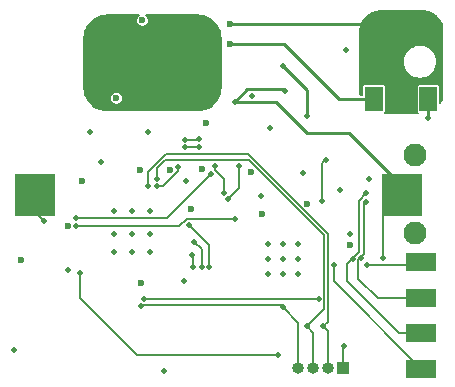
<source format=gbr>
%TF.GenerationSoftware,KiCad,Pcbnew,(6.0.0)*%
%TF.CreationDate,2022-03-24T17:20:39+00:00*%
%TF.ProjectId,Tracer,54726163-6572-42e6-9b69-6361645f7063,B*%
%TF.SameCoordinates,Original*%
%TF.FileFunction,Copper,L4,Bot*%
%TF.FilePolarity,Positive*%
%FSLAX46Y46*%
G04 Gerber Fmt 4.6, Leading zero omitted, Abs format (unit mm)*
G04 Created by KiCad (PCBNEW (6.0.0)) date 2022-03-24 17:20:39*
%MOMM*%
%LPD*%
G01*
G04 APERTURE LIST*
%TA.AperFunction,ComponentPad*%
%ADD10C,1.950000*%
%TD*%
%TA.AperFunction,ComponentPad*%
%ADD11R,1.000000X1.000000*%
%TD*%
%TA.AperFunction,ComponentPad*%
%ADD12O,1.000000X1.000000*%
%TD*%
%TA.AperFunction,SMDPad,CuDef*%
%ADD13R,1.500000X2.000000*%
%TD*%
%TA.AperFunction,SMDPad,CuDef*%
%ADD14R,3.800000X2.000000*%
%TD*%
%TA.AperFunction,SMDPad,CuDef*%
%ADD15R,2.540000X1.524000*%
%TD*%
%TA.AperFunction,SMDPad,CuDef*%
%ADD16R,3.400000X3.600000*%
%TD*%
%TA.AperFunction,ViaPad*%
%ADD17C,0.500000*%
%TD*%
%TA.AperFunction,ViaPad*%
%ADD18C,0.600000*%
%TD*%
%TA.AperFunction,Conductor*%
%ADD19C,0.250000*%
%TD*%
%TA.AperFunction,Conductor*%
%ADD20C,0.150000*%
%TD*%
%TA.AperFunction,Conductor*%
%ADD21C,0.200000*%
%TD*%
G04 APERTURE END LIST*
D10*
%TO.P,J1,MH1,MH1*%
%TO.N,unconnected-(J1-PadMH1)*%
X163475000Y-99500000D03*
%TO.P,J1,MH2,MH2*%
%TO.N,unconnected-(J1-PadMH2)*%
X163475000Y-92900000D03*
%TD*%
D11*
%TO.P,J2,1,Pin_1*%
%TO.N,DTR*%
X157400000Y-110900000D03*
D12*
%TO.P,J2,2,Pin_2*%
%TO.N,U0RXD*%
X156130000Y-110900000D03*
%TO.P,J2,3,Pin_3*%
%TO.N,U0TXD*%
X154860000Y-110900000D03*
%TO.P,J2,4,Pin_4*%
%TO.N,RTS*%
X153590000Y-110900000D03*
%TD*%
D13*
%TO.P,IC7,1,GND*%
%TO.N,GND*%
X164600000Y-88150000D03*
D14*
%TO.P,IC7,2,VO*%
%TO.N,+3V3*%
X162300000Y-81850000D03*
D13*
X162300000Y-88150000D03*
%TO.P,IC7,3,VI*%
%TO.N,VBUS*%
X160000000Y-88150000D03*
%TD*%
D15*
%TO.P,TP1,1,VBUS*%
%TO.N,Net-(D1-Pad2)*%
X164000000Y-102000000D03*
%TO.P,TP1,2,D-*%
%TO.N,D-*%
X164000000Y-105000000D03*
%TO.P,TP1,3,D+*%
%TO.N,D+*%
X164000000Y-108000000D03*
%TO.P,TP1,4,GND*%
%TO.N,GND*%
X164000000Y-111000000D03*
%TD*%
D16*
%TO.P,BT1,1,+*%
%TO.N,+BATT*%
X162400000Y-96300000D03*
%TO.P,BT1,2,-*%
%TO.N,GND*%
X131300000Y-96300000D03*
%TD*%
D17*
%TO.N,+BATT*%
X148200000Y-88400000D03*
X160800000Y-101600000D03*
X152500000Y-87500000D03*
%TO.N,GND*%
X138000000Y-101100000D03*
X139500000Y-97600000D03*
X138000000Y-99550000D03*
X136135000Y-83080000D03*
X151200000Y-90600000D03*
X146295000Y-88160000D03*
X143755000Y-83080000D03*
X157950000Y-99600000D03*
X136900000Y-93500000D03*
X151060000Y-102950000D03*
X151060000Y-101680000D03*
X164600000Y-89800000D03*
X141000000Y-101100000D03*
X149679122Y-87879122D03*
X146295000Y-83080000D03*
X153600000Y-102950000D03*
X152330000Y-100410000D03*
X143900000Y-103600000D03*
X139500000Y-101100000D03*
X140850000Y-90950000D03*
X143755000Y-88160000D03*
X154000000Y-94400000D03*
X135950000Y-90950000D03*
X141000000Y-99550000D03*
X150400000Y-96400000D03*
X134100000Y-102600000D03*
X151060000Y-100410000D03*
X141000000Y-97600000D03*
X157600000Y-84000000D03*
X159600000Y-94900000D03*
X152330000Y-102950000D03*
X156600000Y-102250000D03*
X141215000Y-85620000D03*
X142200000Y-111200000D03*
X141215000Y-88160000D03*
X129500000Y-109400000D03*
X157100000Y-95850000D03*
X144100000Y-95100000D03*
X132100000Y-98500000D03*
X152330000Y-101680000D03*
X139500000Y-99550000D03*
X138000000Y-97600000D03*
X153600000Y-101680000D03*
X153600000Y-100410000D03*
X136135000Y-88160000D03*
D18*
%TO.N,+3V3*%
X140200000Y-94200000D03*
X140300000Y-103700000D03*
X142700000Y-94200000D03*
X140395000Y-81500000D03*
X135300000Y-95100000D03*
X154332671Y-97067329D03*
X158000000Y-100550000D03*
X138195000Y-88100000D03*
X145400000Y-94100000D03*
X134100000Y-98900000D03*
X150500000Y-97900000D03*
X144500000Y-97500000D03*
X147800000Y-81800000D03*
X130100000Y-101800000D03*
X145750000Y-90150000D03*
X149600000Y-94300000D03*
%TO.N,VBUS*%
X147800000Y-83500000D03*
D17*
%TO.N,GPIO10*%
X145400000Y-102400000D03*
X144800000Y-100300000D03*
%TO.N,GPIO17*%
X144600000Y-101370500D03*
X144700000Y-102369500D03*
%TO.N,GPIO7*%
X144300000Y-98800000D03*
X146049503Y-102400000D03*
%TO.N,GPIO36*%
X146200000Y-94500000D03*
X134800000Y-98250497D03*
%TO.N,GPIO37*%
X134800000Y-98900000D03*
X148200000Y-98300000D03*
%TO.N,VUSB*%
X155600000Y-96800000D03*
X155900000Y-93300000D03*
%TO.N,GPIO18*%
X144025500Y-91600000D03*
X145200000Y-91550497D03*
X148600000Y-93800000D03*
X147634166Y-96656944D03*
%TO.N,GPIO23*%
X147300000Y-96100000D03*
X145200000Y-92200000D03*
X144025500Y-92249503D03*
X146500000Y-93800000D03*
%TO.N,GPIO19*%
X141600000Y-95549503D03*
X143400000Y-93900000D03*
%TO.N,U0RXD*%
X155700000Y-107400000D03*
X140900000Y-95500000D03*
%TO.N,Net-(D4-Pad1)*%
X154300000Y-89600000D03*
X152300000Y-85400000D03*
%TO.N,D+*%
X159352334Y-96150000D03*
X158183962Y-101699500D03*
%TO.N,D-*%
X158925500Y-101650000D03*
X159352334Y-96900000D03*
%TO.N,U0TXD*%
X141600000Y-94900000D03*
X154300000Y-107400000D03*
%TO.N,RTS*%
X152300000Y-105800000D03*
X140294609Y-105716172D03*
%TO.N,DTR*%
X157500000Y-109100000D03*
X140500000Y-105100000D03*
X155300000Y-105100000D03*
%TO.N,GPIO35*%
X135100000Y-102900000D03*
X151900000Y-109800000D03*
%TO.N,Net-(D1-Pad2)*%
X159400000Y-102200000D03*
%TD*%
D19*
%TO.N,+BATT*%
X151703633Y-88403633D02*
X154300000Y-91000000D01*
X148203633Y-88403633D02*
X151703633Y-88403633D01*
D20*
X160800000Y-97845000D02*
X162345000Y-96300000D01*
D19*
X149245389Y-87354611D02*
X148200000Y-88400000D01*
X154300000Y-91000000D02*
X157900000Y-91000000D01*
X152354611Y-87354611D02*
X149245389Y-87354611D01*
X157900000Y-91000000D02*
X163150000Y-96250000D01*
D20*
X160800000Y-101600000D02*
X160800000Y-97845000D01*
D19*
X148200000Y-88400000D02*
X148203633Y-88403633D01*
X152500000Y-87500000D02*
X152354611Y-87354611D01*
D20*
%TO.N,GND*%
X132100000Y-98500000D02*
X131245000Y-97645000D01*
D19*
X164600000Y-88150000D02*
X164600000Y-89800000D01*
D20*
X156600000Y-103600000D02*
X156600000Y-102250000D01*
X131245000Y-97645000D02*
X131245000Y-96300000D01*
X164000000Y-111000000D02*
X156600000Y-103600000D01*
D19*
%TO.N,+3V3*%
X147850000Y-81850000D02*
X147800000Y-81800000D01*
X162300000Y-81850000D02*
X147850000Y-81850000D01*
%TO.N,VBUS*%
X160000000Y-88150000D02*
X157050000Y-88150000D01*
X147800000Y-83500000D02*
X152400000Y-83500000D01*
X152400000Y-83500000D02*
X156300000Y-87400000D01*
X157050000Y-88150000D02*
X156300000Y-87400000D01*
D20*
%TO.N,GPIO10*%
X145400000Y-100900000D02*
X144800000Y-100300000D01*
X145400000Y-102400000D02*
X145400000Y-100900000D01*
%TO.N,GPIO17*%
X144700000Y-102369500D02*
X144700000Y-101470500D01*
X144700000Y-101470500D02*
X144600000Y-101370500D01*
%TO.N,GPIO7*%
X146049503Y-100549503D02*
X144300000Y-98800000D01*
X146049503Y-102400000D02*
X146049503Y-100549503D01*
%TO.N,GPIO36*%
X134800000Y-98250497D02*
X142449503Y-98250497D01*
X142449503Y-98250497D02*
X146200000Y-94500000D01*
%TO.N,GPIO37*%
X144128939Y-98300000D02*
X148200000Y-98300000D01*
X143528939Y-98900000D02*
X144128939Y-98300000D01*
X134800000Y-98900000D02*
X143528939Y-98900000D01*
%TO.N,VUSB*%
X155600000Y-93600000D02*
X155900000Y-93300000D01*
X155600000Y-96800000D02*
X155600000Y-93600000D01*
%TO.N,GPIO18*%
X147634166Y-96656944D02*
X148600000Y-95691110D01*
X144025500Y-91600000D02*
X145150497Y-91600000D01*
X145150497Y-91600000D02*
X145200000Y-91550497D01*
X148600000Y-95691110D02*
X148600000Y-93800000D01*
%TO.N,GPIO23*%
X147300000Y-96100000D02*
X147300000Y-94928939D01*
X144025500Y-92249503D02*
X145150497Y-92249503D01*
X145150497Y-92249503D02*
X145200000Y-92200000D01*
X146500000Y-94128939D02*
X146500000Y-93800000D01*
X147300000Y-94928939D02*
X146500000Y-94128939D01*
%TO.N,GPIO19*%
X142092269Y-95549503D02*
X143400000Y-94241772D01*
X141600000Y-95549503D02*
X142092269Y-95549503D01*
X143400000Y-94241772D02*
X143400000Y-93900000D01*
%TO.N,U0RXD*%
X155700000Y-107400000D02*
X156130000Y-107830000D01*
X156100000Y-99576414D02*
X156074031Y-99602383D01*
X156074031Y-107025969D02*
X155700000Y-107400000D01*
X140900000Y-94300000D02*
X142400000Y-92800000D01*
X156074031Y-105000000D02*
X156074031Y-107025969D01*
X156130000Y-107830000D02*
X156130000Y-110900000D01*
X156074031Y-99602383D02*
X156074031Y-105000000D01*
X142400000Y-92800000D02*
X149323586Y-92800000D01*
X149323586Y-92800000D02*
X156100000Y-99576414D01*
X140900000Y-95500000D02*
X140900000Y-94300000D01*
D19*
%TO.N,Net-(D4-Pad1)*%
X154300000Y-89600000D02*
X154300000Y-87400000D01*
X154300000Y-87400000D02*
X152300000Y-85400000D01*
D21*
%TO.N,D+*%
X158710006Y-101121794D02*
X157700000Y-102131800D01*
X162100000Y-108000000D02*
X157700000Y-103600000D01*
X159352334Y-96150000D02*
X158710006Y-96792328D01*
X158710006Y-96792328D02*
X158710006Y-101121794D01*
X157700000Y-102131800D02*
X157700000Y-103600000D01*
X164000000Y-108000000D02*
X162100000Y-108000000D01*
%TO.N,D-*%
X159238731Y-96900000D02*
X159352334Y-96900000D01*
X160300000Y-105000000D02*
X158674500Y-103374500D01*
X159160006Y-96978725D02*
X159238731Y-96900000D01*
X164000000Y-105000000D02*
X160300000Y-105000000D01*
X158674500Y-101793700D02*
X159160006Y-101308194D01*
X158674500Y-103374500D02*
X158674500Y-101793700D01*
X159160006Y-101308194D02*
X159160006Y-96978725D01*
D20*
%TO.N,U0TXD*%
X155774511Y-99674511D02*
X155774511Y-105925489D01*
X142298097Y-93325489D02*
X149425489Y-93325489D01*
X154860000Y-107960000D02*
X154300000Y-107400000D01*
X141600000Y-94900000D02*
X141600000Y-94023586D01*
X141600000Y-94023586D02*
X142298097Y-93325489D01*
X149425489Y-93325489D02*
X155774511Y-99674511D01*
X154860000Y-110900000D02*
X154860000Y-107960000D01*
X155774511Y-105925489D02*
X154300000Y-107400000D01*
%TO.N,RTS*%
X140369028Y-105641753D02*
X152141753Y-105641753D01*
X153590000Y-110900000D02*
X153590000Y-107090000D01*
X140369028Y-105641753D02*
X140294609Y-105716172D01*
X152141753Y-105641753D02*
X152300000Y-105800000D01*
X153590000Y-107090000D02*
X152300000Y-105800000D01*
%TO.N,DTR*%
X155300000Y-105100000D02*
X140500000Y-105100000D01*
X157500000Y-109100000D02*
X157400000Y-109200000D01*
X157400000Y-109200000D02*
X157400000Y-110900000D01*
%TO.N,GPIO35*%
X135100000Y-102900000D02*
X135100000Y-105000000D01*
X139900000Y-109800000D02*
X151900000Y-109800000D01*
X135100000Y-105000000D02*
X139900000Y-109800000D01*
%TO.N,Net-(D1-Pad2)*%
X159400000Y-102200000D02*
X163800000Y-102200000D01*
X163800000Y-102200000D02*
X164000000Y-102000000D01*
%TD*%
%TA.AperFunction,Conductor*%
%TO.N,GND*%
G36*
X140134747Y-81017313D02*
G01*
X140160057Y-81061150D01*
X140151267Y-81111000D01*
X140126669Y-81136584D01*
X140100019Y-81153399D01*
X140096531Y-81157348D01*
X140096529Y-81157350D01*
X140093288Y-81161020D01*
X140014596Y-81250122D01*
X140012357Y-81254891D01*
X140012355Y-81254894D01*
X139984156Y-81314957D01*
X139959754Y-81366932D01*
X139939901Y-81494440D01*
X139940584Y-81499663D01*
X139940584Y-81499666D01*
X139941708Y-81508257D01*
X139956633Y-81622394D01*
X140008605Y-81740510D01*
X140091639Y-81839291D01*
X140199060Y-81910796D01*
X140204092Y-81912368D01*
X140204094Y-81912369D01*
X140239281Y-81923362D01*
X140322233Y-81949278D01*
X140327501Y-81949375D01*
X140327504Y-81949375D01*
X140381552Y-81950365D01*
X140451255Y-81951643D01*
X140456338Y-81950257D01*
X140456340Y-81950257D01*
X140570671Y-81919086D01*
X140575755Y-81917700D01*
X140685724Y-81850179D01*
X140772322Y-81754507D01*
X140828588Y-81638375D01*
X140849997Y-81511120D01*
X140850133Y-81500000D01*
X140831839Y-81372259D01*
X140808378Y-81320659D01*
X140780610Y-81259586D01*
X140780608Y-81259583D01*
X140778428Y-81254788D01*
X140771003Y-81246170D01*
X140697633Y-81161020D01*
X140697632Y-81161019D01*
X140694193Y-81157028D01*
X140689774Y-81154164D01*
X140689772Y-81154162D01*
X140661900Y-81136097D01*
X140631401Y-81095698D01*
X140634006Y-81045146D01*
X140668496Y-81008095D01*
X140702149Y-81000000D01*
X145092364Y-81000000D01*
X145097642Y-81000189D01*
X145374347Y-81019979D01*
X145384797Y-81021481D01*
X145653297Y-81079890D01*
X145663427Y-81082865D01*
X145768878Y-81122196D01*
X145920876Y-81178888D01*
X145930471Y-81183270D01*
X146171638Y-81314957D01*
X146180511Y-81320659D01*
X146384426Y-81473309D01*
X146400485Y-81485330D01*
X146408464Y-81492244D01*
X146602756Y-81686536D01*
X146609670Y-81694515D01*
X146774341Y-81914489D01*
X146780043Y-81923362D01*
X146911728Y-82164525D01*
X146916114Y-82174129D01*
X147012135Y-82431573D01*
X147015110Y-82441703D01*
X147073519Y-82710203D01*
X147075021Y-82720654D01*
X147094811Y-82997357D01*
X147095000Y-83002636D01*
X147095000Y-87197364D01*
X147094811Y-87202643D01*
X147075021Y-87479346D01*
X147073519Y-87489797D01*
X147015110Y-87758297D01*
X147012135Y-87768427D01*
X146936154Y-87972142D01*
X146916114Y-88025871D01*
X146911730Y-88035471D01*
X146803777Y-88233173D01*
X146780046Y-88276633D01*
X146774341Y-88285511D01*
X146662243Y-88435256D01*
X146609670Y-88505485D01*
X146602756Y-88513464D01*
X146408464Y-88707756D01*
X146400485Y-88714670D01*
X146180511Y-88879341D01*
X146171638Y-88885043D01*
X145930471Y-89016730D01*
X145920876Y-89021112D01*
X145768878Y-89077804D01*
X145663427Y-89117135D01*
X145653297Y-89120110D01*
X145384797Y-89178519D01*
X145374347Y-89180021D01*
X145097643Y-89199811D01*
X145092364Y-89200000D01*
X137397636Y-89200000D01*
X137392357Y-89199811D01*
X137115653Y-89180021D01*
X137105203Y-89178519D01*
X136836703Y-89120110D01*
X136826573Y-89117135D01*
X136721122Y-89077804D01*
X136569124Y-89021112D01*
X136559529Y-89016730D01*
X136318362Y-88885043D01*
X136309489Y-88879341D01*
X136089515Y-88714670D01*
X136081536Y-88707756D01*
X135887244Y-88513464D01*
X135880330Y-88505485D01*
X135827757Y-88435256D01*
X135715659Y-88285511D01*
X135709954Y-88276633D01*
X135686224Y-88233173D01*
X135610470Y-88094440D01*
X137739901Y-88094440D01*
X137740584Y-88099663D01*
X137740584Y-88099666D01*
X137741708Y-88108257D01*
X137756633Y-88222394D01*
X137808605Y-88340510D01*
X137891639Y-88439291D01*
X137999060Y-88510796D01*
X138004092Y-88512368D01*
X138004094Y-88512369D01*
X138039714Y-88523497D01*
X138122233Y-88549278D01*
X138127501Y-88549375D01*
X138127504Y-88549375D01*
X138181552Y-88550365D01*
X138251255Y-88551643D01*
X138256338Y-88550257D01*
X138256340Y-88550257D01*
X138370671Y-88519086D01*
X138375755Y-88517700D01*
X138485724Y-88450179D01*
X138572322Y-88354507D01*
X138628588Y-88238375D01*
X138649997Y-88111120D01*
X138650133Y-88100000D01*
X138631839Y-87972259D01*
X138578428Y-87854788D01*
X138571003Y-87846170D01*
X138497633Y-87761020D01*
X138497632Y-87761019D01*
X138494193Y-87757028D01*
X138489774Y-87754164D01*
X138489772Y-87754162D01*
X138390329Y-87689708D01*
X138390330Y-87689708D01*
X138385906Y-87686841D01*
X138380857Y-87685331D01*
X138380855Y-87685330D01*
X138267326Y-87651377D01*
X138267325Y-87651377D01*
X138262273Y-87649866D01*
X138196771Y-87649466D01*
X138138501Y-87649110D01*
X138138500Y-87649110D01*
X138133231Y-87649078D01*
X138009155Y-87684539D01*
X137900019Y-87753399D01*
X137896531Y-87757348D01*
X137896529Y-87757350D01*
X137860845Y-87797755D01*
X137814596Y-87850122D01*
X137812357Y-87854891D01*
X137812355Y-87854894D01*
X137768892Y-87947469D01*
X137759754Y-87966932D01*
X137739901Y-88094440D01*
X135610470Y-88094440D01*
X135578270Y-88035471D01*
X135573886Y-88025871D01*
X135553847Y-87972142D01*
X135477865Y-87768427D01*
X135474890Y-87758297D01*
X135416481Y-87489797D01*
X135414979Y-87479346D01*
X135395189Y-87202643D01*
X135395000Y-87197364D01*
X135395000Y-83002636D01*
X135395189Y-82997357D01*
X135414979Y-82720654D01*
X135416481Y-82710203D01*
X135474890Y-82441703D01*
X135477865Y-82431573D01*
X135573886Y-82174129D01*
X135578272Y-82164525D01*
X135709957Y-81923362D01*
X135715659Y-81914489D01*
X135880330Y-81694515D01*
X135887244Y-81686536D01*
X136081536Y-81492244D01*
X136089515Y-81485330D01*
X136105574Y-81473309D01*
X136309489Y-81320659D01*
X136318362Y-81314957D01*
X136559529Y-81183270D01*
X136569124Y-81178888D01*
X136721122Y-81122196D01*
X136826573Y-81082865D01*
X136836703Y-81079890D01*
X137105203Y-81021481D01*
X137115653Y-81019979D01*
X137392358Y-81000189D01*
X137397636Y-81000000D01*
X140087181Y-81000000D01*
X140134747Y-81017313D01*
G37*
%TD.AperFunction*%
%TD*%
%TA.AperFunction,Conductor*%
%TO.N,+3V3*%
G36*
X163995536Y-80600189D02*
G01*
X164272241Y-80619979D01*
X164282691Y-80621481D01*
X164551191Y-80679890D01*
X164561321Y-80682865D01*
X164666772Y-80722196D01*
X164818770Y-80778888D01*
X164828365Y-80783270D01*
X165069532Y-80914957D01*
X165078405Y-80920659D01*
X165282320Y-81073309D01*
X165298379Y-81085330D01*
X165306358Y-81092244D01*
X165500650Y-81286536D01*
X165507564Y-81294515D01*
X165672235Y-81514489D01*
X165677940Y-81523367D01*
X165809622Y-81764525D01*
X165814008Y-81774129D01*
X165838228Y-81839066D01*
X165842894Y-81864926D01*
X165842894Y-88135074D01*
X165838228Y-88160934D01*
X165814008Y-88225871D01*
X165809622Y-88235475D01*
X165677940Y-88476633D01*
X165672235Y-88485511D01*
X165646240Y-88520236D01*
X165633740Y-88536934D01*
X165591374Y-88564637D01*
X165541113Y-88558627D01*
X165506474Y-88521716D01*
X165500500Y-88492587D01*
X165500500Y-87135180D01*
X165491767Y-87091278D01*
X165458504Y-87041496D01*
X165408722Y-87008233D01*
X165401576Y-87006812D01*
X165401575Y-87006811D01*
X165368390Y-87000210D01*
X165368389Y-87000210D01*
X165364820Y-86999500D01*
X163835180Y-86999500D01*
X163831611Y-87000210D01*
X163831610Y-87000210D01*
X163798425Y-87006811D01*
X163798424Y-87006812D01*
X163791278Y-87008233D01*
X163741496Y-87041496D01*
X163708233Y-87091278D01*
X163699500Y-87135180D01*
X163699500Y-89164820D01*
X163708233Y-89208722D01*
X163741496Y-89258504D01*
X163747556Y-89262553D01*
X163747558Y-89262555D01*
X163750427Y-89264472D01*
X163780358Y-89305294D01*
X163777047Y-89355804D01*
X163742043Y-89392369D01*
X163709314Y-89400000D01*
X160890686Y-89400000D01*
X160843120Y-89382687D01*
X160817810Y-89338850D01*
X160826600Y-89289000D01*
X160849573Y-89264472D01*
X160852442Y-89262555D01*
X160852444Y-89262553D01*
X160858504Y-89258504D01*
X160891767Y-89208722D01*
X160900500Y-89164820D01*
X160900500Y-87135180D01*
X160891767Y-87091278D01*
X160858504Y-87041496D01*
X160808722Y-87008233D01*
X160801576Y-87006812D01*
X160801575Y-87006811D01*
X160768390Y-87000210D01*
X160768389Y-87000210D01*
X160764820Y-86999500D01*
X159235180Y-86999500D01*
X159231611Y-87000210D01*
X159231610Y-87000210D01*
X159198425Y-87006811D01*
X159198424Y-87006812D01*
X159191278Y-87008233D01*
X159141496Y-87041496D01*
X159108233Y-87091278D01*
X159099500Y-87135180D01*
X159099500Y-87800500D01*
X159082187Y-87848066D01*
X159038350Y-87873376D01*
X159025500Y-87874500D01*
X158821294Y-87874500D01*
X158773728Y-87857187D01*
X158748985Y-87816230D01*
X158721481Y-87689797D01*
X158719979Y-87679346D01*
X158700189Y-87402643D01*
X158700000Y-87397364D01*
X158700000Y-85000000D01*
X162544341Y-85000000D01*
X162564937Y-85235408D01*
X162626097Y-85463663D01*
X162627459Y-85466583D01*
X162627459Y-85466584D01*
X162724599Y-85674901D01*
X162724600Y-85674902D01*
X162725965Y-85677829D01*
X162861505Y-85871401D01*
X163028599Y-86038495D01*
X163222171Y-86174035D01*
X163225093Y-86175398D01*
X163225099Y-86175401D01*
X163433416Y-86272541D01*
X163436337Y-86273903D01*
X163439451Y-86274737D01*
X163439450Y-86274737D01*
X163661478Y-86334229D01*
X163661482Y-86334230D01*
X163664592Y-86335063D01*
X163841034Y-86350500D01*
X163958966Y-86350500D01*
X164135408Y-86335063D01*
X164138518Y-86334230D01*
X164138522Y-86334229D01*
X164360550Y-86274737D01*
X164360549Y-86274737D01*
X164363663Y-86273903D01*
X164366584Y-86272541D01*
X164574901Y-86175401D01*
X164574907Y-86175398D01*
X164577829Y-86174035D01*
X164771401Y-86038495D01*
X164938495Y-85871401D01*
X165074035Y-85677830D01*
X165075398Y-85674908D01*
X165075401Y-85674902D01*
X165172541Y-85466584D01*
X165172541Y-85466583D01*
X165173903Y-85463663D01*
X165235063Y-85235408D01*
X165255659Y-85000000D01*
X165235063Y-84764592D01*
X165173903Y-84536337D01*
X165172541Y-84533416D01*
X165075401Y-84325099D01*
X165075398Y-84325093D01*
X165074035Y-84322171D01*
X164938495Y-84128599D01*
X164771401Y-83961505D01*
X164577829Y-83825965D01*
X164574907Y-83824602D01*
X164574901Y-83824599D01*
X164366584Y-83727459D01*
X164366583Y-83727459D01*
X164363663Y-83726097D01*
X164309104Y-83711478D01*
X164138522Y-83665771D01*
X164138518Y-83665770D01*
X164135408Y-83664937D01*
X163958966Y-83649500D01*
X163841034Y-83649500D01*
X163664592Y-83664937D01*
X163661482Y-83665770D01*
X163661478Y-83665771D01*
X163490896Y-83711478D01*
X163436337Y-83726097D01*
X163433417Y-83727459D01*
X163433416Y-83727459D01*
X163225099Y-83824599D01*
X163225093Y-83824602D01*
X163222171Y-83825965D01*
X163028599Y-83961505D01*
X162861505Y-84128599D01*
X162725965Y-84322170D01*
X162724602Y-84325092D01*
X162724599Y-84325098D01*
X162724599Y-84325099D01*
X162626097Y-84536337D01*
X162564937Y-84764592D01*
X162544341Y-85000000D01*
X158700000Y-85000000D01*
X158700000Y-82602636D01*
X158700189Y-82597357D01*
X158719979Y-82320654D01*
X158721481Y-82310203D01*
X158779890Y-82041703D01*
X158782865Y-82031573D01*
X158878886Y-81774129D01*
X158883272Y-81764525D01*
X159014954Y-81523367D01*
X159020659Y-81514489D01*
X159185330Y-81294515D01*
X159192244Y-81286536D01*
X159386536Y-81092244D01*
X159394515Y-81085330D01*
X159410574Y-81073309D01*
X159614489Y-80920659D01*
X159623362Y-80914957D01*
X159864529Y-80783270D01*
X159874124Y-80778888D01*
X160026122Y-80722196D01*
X160131573Y-80682865D01*
X160141703Y-80679890D01*
X160410203Y-80621481D01*
X160420653Y-80619979D01*
X160697358Y-80600189D01*
X160702636Y-80600000D01*
X163990258Y-80600000D01*
X163995536Y-80600189D01*
G37*
%TD.AperFunction*%
%TD*%
M02*

</source>
